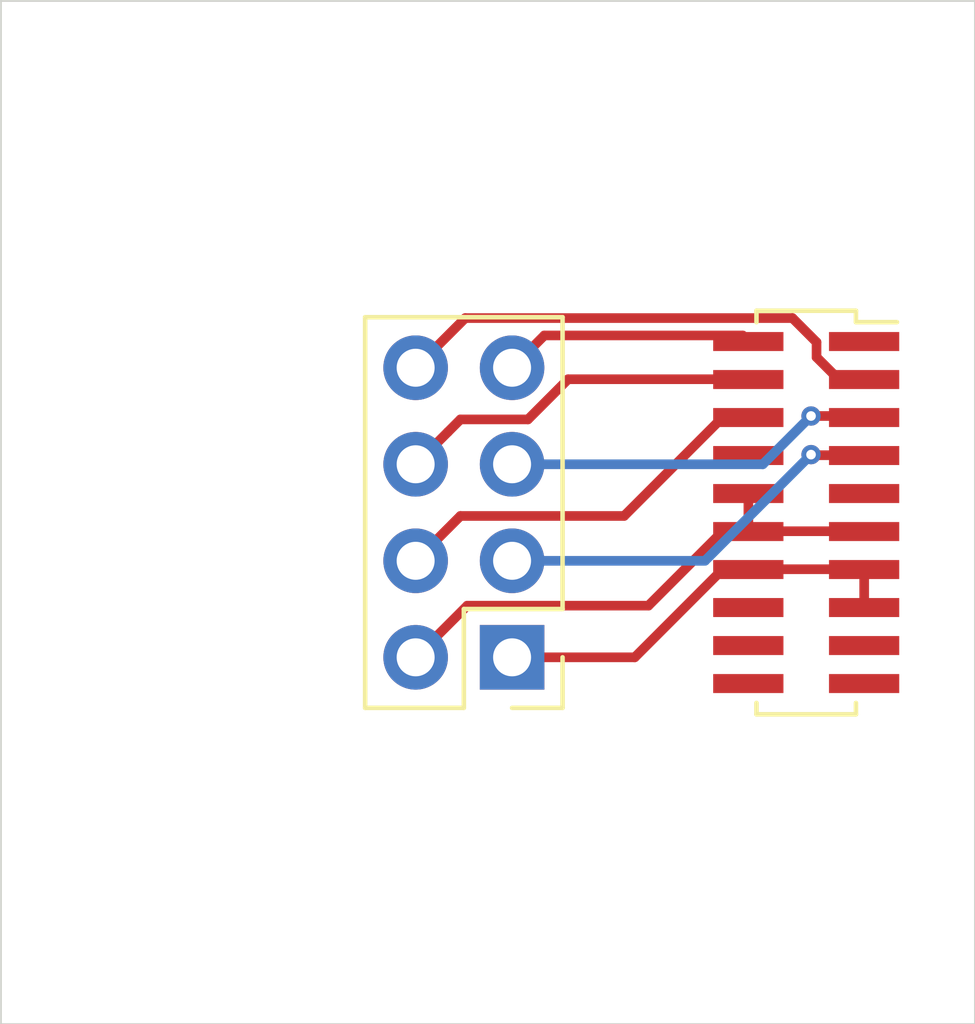
<source format=kicad_pcb>
(kicad_pcb (version 20171130) (host pcbnew "(5.1.2)-1")

  (general
    (thickness 1.6)
    (drawings 11)
    (tracks 39)
    (zones 0)
    (modules 4)
    (nets 9)
  )

  (page A4)
  (layers
    (0 F.Cu signal)
    (31 B.Cu signal)
    (32 B.Adhes user hide)
    (33 F.Adhes user hide)
    (34 B.Paste user hide)
    (35 F.Paste user hide)
    (36 B.SilkS user)
    (37 F.SilkS user)
    (38 B.Mask user)
    (39 F.Mask user)
    (40 Dwgs.User user)
    (41 Cmts.User user)
    (42 Eco1.User user)
    (43 Eco2.User user)
    (44 Edge.Cuts user)
    (45 Margin user)
    (46 B.CrtYd user hide)
    (47 F.CrtYd user hide)
    (48 B.Fab user hide)
    (49 F.Fab user hide)
  )

  (setup
    (last_trace_width 0.254)
    (trace_clearance 0.2032)
    (zone_clearance 0.508)
    (zone_45_only yes)
    (trace_min 0.1524)
    (via_size 0.508)
    (via_drill 0.254)
    (via_min_size 0.508)
    (via_min_drill 0.254)
    (uvia_size 0.508)
    (uvia_drill 0.254)
    (uvias_allowed no)
    (uvia_min_size 0.508)
    (uvia_min_drill 0.254)
    (edge_width 0.05)
    (segment_width 0.2)
    (pcb_text_width 0.3)
    (pcb_text_size 1.5 1.5)
    (mod_edge_width 0.12)
    (mod_text_size 1 1)
    (mod_text_width 0.15)
    (pad_size 1.524 1.524)
    (pad_drill 0.762)
    (pad_to_mask_clearance 0.0508)
    (solder_mask_min_width 0.1016)
    (aux_axis_origin 0 0)
    (visible_elements FFFFFF7F)
    (pcbplotparams
      (layerselection 0x010fc_ffffffff)
      (usegerberextensions false)
      (usegerberattributes false)
      (usegerberadvancedattributes false)
      (creategerberjobfile false)
      (excludeedgelayer true)
      (linewidth 0.100000)
      (plotframeref false)
      (viasonmask false)
      (mode 1)
      (useauxorigin false)
      (hpglpennumber 1)
      (hpglpenspeed 20)
      (hpglpendiameter 15.000000)
      (psnegative false)
      (psa4output false)
      (plotreference true)
      (plotvalue true)
      (plotinvisibletext false)
      (padsonsilk false)
      (subtractmaskfromsilk false)
      (outputformat 1)
      (mirror false)
      (drillshape 1)
      (scaleselection 1)
      (outputdirectory ""))
  )

  (net 0 "")
  (net 1 GND)
  (net 2 VIN)
  (net 3 DR)
  (net 4 SS)
  (net 5 MOSI)
  (net 6 MISO)
  (net 7 SCLK)
  (net 8 SYNC)

  (net_class Default "This is the default net class."
    (clearance 0.2032)
    (trace_width 0.254)
    (via_dia 0.508)
    (via_drill 0.254)
    (uvia_dia 0.508)
    (uvia_drill 0.254)
    (add_net DR)
    (add_net GND)
    (add_net MISO)
    (add_net MOSI)
    (add_net "Net-(J1-Pad1)")
    (add_net "Net-(J1-Pad16)")
    (add_net "Net-(J1-Pad17)")
    (add_net "Net-(J1-Pad18)")
    (add_net "Net-(J1-Pad19)")
    (add_net "Net-(J1-Pad20)")
    (add_net "Net-(J1-Pad8)")
    (add_net "Net-(J1-Pad9)")
    (add_net SCLK)
    (add_net SS)
    (add_net SYNC)
    (add_net VIN)
  )

  (module MountingHole:MountingHole_2.7mm_M2.5 (layer F.Cu) (tedit 56D1B4CB) (tstamp 5DD8C9C3)
    (at 159.512 119.761)
    (descr "Mounting Hole 2.7mm, no annular, M2.5")
    (tags "mounting hole 2.7mm no annular m2.5")
    (path /5DD9599C)
    (attr virtual)
    (fp_text reference H2 (at 0 -3.7) (layer F.SilkS) hide
      (effects (font (size 1 1) (thickness 0.15)))
    )
    (fp_text value MountingHole (at 0 3.7) (layer F.Fab)
      (effects (font (size 1 1) (thickness 0.15)))
    )
    (fp_circle (center 0 0) (end 2.95 0) (layer F.CrtYd) (width 0.05))
    (fp_circle (center 0 0) (end 2.7 0) (layer Cmts.User) (width 0.15))
    (fp_text user %R (at 0.3 0) (layer F.Fab)
      (effects (font (size 1 1) (thickness 0.15)))
    )
    (pad 1 np_thru_hole circle (at 0 0) (size 2.7 2.7) (drill 2.7) (layers *.Cu *.Mask))
  )

  (module MountingHole:MountingHole_2.7mm_M2.5 (layer F.Cu) (tedit 56D1B4CB) (tstamp 5DD8C9BB)
    (at 159.512 100.203)
    (descr "Mounting Hole 2.7mm, no annular, M2.5")
    (tags "mounting hole 2.7mm no annular m2.5")
    (path /5DD94988)
    (attr virtual)
    (fp_text reference H1 (at 7.112 4.572) (layer F.SilkS) hide
      (effects (font (size 1 1) (thickness 0.15)))
    )
    (fp_text value MountingHole (at 0 3.7) (layer F.Fab)
      (effects (font (size 1 1) (thickness 0.15)))
    )
    (fp_circle (center 0 0) (end 2.95 0) (layer F.CrtYd) (width 0.05))
    (fp_circle (center 0 0) (end 2.7 0) (layer Cmts.User) (width 0.15))
    (fp_text user %R (at 0.3 0) (layer F.Fab)
      (effects (font (size 1 1) (thickness 0.15)))
    )
    (pad 1 np_thru_hole circle (at 0 0) (size 2.7 2.7) (drill 2.7) (layers *.Cu *.Mask))
  )

  (module Connector_PinHeader_2.54mm:PinHeader_2x04_P2.54mm_Vertical (layer F.Cu) (tedit 59FED5CC) (tstamp 5DD86175)
    (at 152.908 113.792 180)
    (descr "Through hole straight pin header, 2x04, 2.54mm pitch, double rows")
    (tags "Through hole pin header THT 2x04 2.54mm double row")
    (path /5DD8AF08)
    (fp_text reference J2 (at 1.27 -2.33) (layer F.SilkS) hide
      (effects (font (size 1 1) (thickness 0.15)))
    )
    (fp_text value Conn_02x04_Odd_Even (at 1.27 9.95) (layer F.Fab)
      (effects (font (size 1 1) (thickness 0.15)))
    )
    (fp_text user %R (at 1.27 3.81 90) (layer F.Fab)
      (effects (font (size 1 1) (thickness 0.15)))
    )
    (fp_line (start 4.35 -1.8) (end -1.8 -1.8) (layer F.CrtYd) (width 0.05))
    (fp_line (start 4.35 9.4) (end 4.35 -1.8) (layer F.CrtYd) (width 0.05))
    (fp_line (start -1.8 9.4) (end 4.35 9.4) (layer F.CrtYd) (width 0.05))
    (fp_line (start -1.8 -1.8) (end -1.8 9.4) (layer F.CrtYd) (width 0.05))
    (fp_line (start -1.33 -1.33) (end 0 -1.33) (layer F.SilkS) (width 0.12))
    (fp_line (start -1.33 0) (end -1.33 -1.33) (layer F.SilkS) (width 0.12))
    (fp_line (start 1.27 -1.33) (end 3.87 -1.33) (layer F.SilkS) (width 0.12))
    (fp_line (start 1.27 1.27) (end 1.27 -1.33) (layer F.SilkS) (width 0.12))
    (fp_line (start -1.33 1.27) (end 1.27 1.27) (layer F.SilkS) (width 0.12))
    (fp_line (start 3.87 -1.33) (end 3.87 8.95) (layer F.SilkS) (width 0.12))
    (fp_line (start -1.33 1.27) (end -1.33 8.95) (layer F.SilkS) (width 0.12))
    (fp_line (start -1.33 8.95) (end 3.87 8.95) (layer F.SilkS) (width 0.12))
    (fp_line (start -1.27 0) (end 0 -1.27) (layer F.Fab) (width 0.1))
    (fp_line (start -1.27 8.89) (end -1.27 0) (layer F.Fab) (width 0.1))
    (fp_line (start 3.81 8.89) (end -1.27 8.89) (layer F.Fab) (width 0.1))
    (fp_line (start 3.81 -1.27) (end 3.81 8.89) (layer F.Fab) (width 0.1))
    (fp_line (start 0 -1.27) (end 3.81 -1.27) (layer F.Fab) (width 0.1))
    (pad 8 thru_hole oval (at 2.54 7.62 180) (size 1.7 1.7) (drill 1) (layers *.Cu *.Mask)
      (net 7 SCLK))
    (pad 7 thru_hole oval (at 0 7.62 180) (size 1.7 1.7) (drill 1) (layers *.Cu *.Mask)
      (net 8 SYNC))
    (pad 6 thru_hole oval (at 2.54 5.08 180) (size 1.7 1.7) (drill 1) (layers *.Cu *.Mask)
      (net 6 MISO))
    (pad 5 thru_hole oval (at 0 5.08 180) (size 1.7 1.7) (drill 1) (layers *.Cu *.Mask)
      (net 5 MOSI))
    (pad 4 thru_hole oval (at 2.54 2.54 180) (size 1.7 1.7) (drill 1) (layers *.Cu *.Mask)
      (net 4 SS))
    (pad 3 thru_hole oval (at 0 2.54 180) (size 1.7 1.7) (drill 1) (layers *.Cu *.Mask)
      (net 3 DR))
    (pad 2 thru_hole oval (at 2.54 0 180) (size 1.7 1.7) (drill 1) (layers *.Cu *.Mask)
      (net 2 VIN))
    (pad 1 thru_hole rect (at 0 0 180) (size 1.7 1.7) (drill 1) (layers *.Cu *.Mask)
      (net 1 GND))
    (model ${KICAD_USER_3D}/901303108.stp
      (offset (xyz 7.62 -3.81 4.826))
      (scale (xyz 1 1 1))
      (rotate (xyz -180 0 -90))
    )
  )

  (module Connector_PinSocket_1.00mm:PinSocket_2x10_P1.00mm_Vertical_SMD (layer F.Cu) (tedit 5A19A41D) (tstamp 5DD8611C)
    (at 160.655 109.982)
    (descr "surface-mounted straight socket strip, 2x10, 1.00mm pitch, double cols (https://gct.co/files/drawings/bc085.pdf), script generated")
    (tags "Surface mounted socket strip SMD 2x10 1.00mm double row")
    (path /5DD85011)
    (attr smd)
    (fp_text reference J1 (at 0 -6.75) (layer F.SilkS) hide
      (effects (font (size 1 1) (thickness 0.15)))
    )
    (fp_text value Conn_02x10_Odd_Even (at 0 6.75) (layer F.Fab)
      (effects (font (size 1 1) (thickness 0.15)))
    )
    (fp_text user %R (at 0 0 90) (layer F.Fab)
      (effects (font (size 1 1) (thickness 0.15)))
    )
    (fp_line (start -2.95 5.75) (end -2.95 -5.75) (layer F.CrtYd) (width 0.05))
    (fp_line (start 2.95 5.75) (end -2.95 5.75) (layer F.CrtYd) (width 0.05))
    (fp_line (start 2.95 -5.75) (end 2.95 5.75) (layer F.CrtYd) (width 0.05))
    (fp_line (start -2.95 -5.75) (end 2.95 -5.75) (layer F.CrtYd) (width 0.05))
    (fp_line (start 1.95 4.65) (end 1.25 4.65) (layer F.Fab) (width 0.1))
    (fp_line (start 1.95 4.35) (end 1.95 4.65) (layer F.Fab) (width 0.1))
    (fp_line (start 1.25 4.35) (end 1.95 4.35) (layer F.Fab) (width 0.1))
    (fp_line (start -1.95 4.65) (end -1.95 4.35) (layer F.Fab) (width 0.1))
    (fp_line (start -1.25 4.65) (end -1.95 4.65) (layer F.Fab) (width 0.1))
    (fp_line (start -1.95 4.35) (end -1.25 4.35) (layer F.Fab) (width 0.1))
    (fp_line (start 1.95 3.65) (end 1.25 3.65) (layer F.Fab) (width 0.1))
    (fp_line (start 1.95 3.35) (end 1.95 3.65) (layer F.Fab) (width 0.1))
    (fp_line (start 1.25 3.35) (end 1.95 3.35) (layer F.Fab) (width 0.1))
    (fp_line (start -1.95 3.65) (end -1.95 3.35) (layer F.Fab) (width 0.1))
    (fp_line (start -1.25 3.65) (end -1.95 3.65) (layer F.Fab) (width 0.1))
    (fp_line (start -1.95 3.35) (end -1.25 3.35) (layer F.Fab) (width 0.1))
    (fp_line (start 1.95 2.65) (end 1.25 2.65) (layer F.Fab) (width 0.1))
    (fp_line (start 1.95 2.35) (end 1.95 2.65) (layer F.Fab) (width 0.1))
    (fp_line (start 1.25 2.35) (end 1.95 2.35) (layer F.Fab) (width 0.1))
    (fp_line (start -1.95 2.65) (end -1.95 2.35) (layer F.Fab) (width 0.1))
    (fp_line (start -1.25 2.65) (end -1.95 2.65) (layer F.Fab) (width 0.1))
    (fp_line (start -1.95 2.35) (end -1.25 2.35) (layer F.Fab) (width 0.1))
    (fp_line (start 1.95 1.65) (end 1.25 1.65) (layer F.Fab) (width 0.1))
    (fp_line (start 1.95 1.35) (end 1.95 1.65) (layer F.Fab) (width 0.1))
    (fp_line (start 1.25 1.35) (end 1.95 1.35) (layer F.Fab) (width 0.1))
    (fp_line (start -1.95 1.65) (end -1.95 1.35) (layer F.Fab) (width 0.1))
    (fp_line (start -1.25 1.65) (end -1.95 1.65) (layer F.Fab) (width 0.1))
    (fp_line (start -1.95 1.35) (end -1.25 1.35) (layer F.Fab) (width 0.1))
    (fp_line (start 1.95 0.65) (end 1.25 0.65) (layer F.Fab) (width 0.1))
    (fp_line (start 1.95 0.35) (end 1.95 0.65) (layer F.Fab) (width 0.1))
    (fp_line (start 1.25 0.35) (end 1.95 0.35) (layer F.Fab) (width 0.1))
    (fp_line (start -1.95 0.65) (end -1.95 0.35) (layer F.Fab) (width 0.1))
    (fp_line (start -1.25 0.65) (end -1.95 0.65) (layer F.Fab) (width 0.1))
    (fp_line (start -1.95 0.35) (end -1.25 0.35) (layer F.Fab) (width 0.1))
    (fp_line (start 1.95 -0.35) (end 1.25 -0.35) (layer F.Fab) (width 0.1))
    (fp_line (start 1.95 -0.65) (end 1.95 -0.35) (layer F.Fab) (width 0.1))
    (fp_line (start 1.25 -0.65) (end 1.95 -0.65) (layer F.Fab) (width 0.1))
    (fp_line (start -1.95 -0.35) (end -1.95 -0.65) (layer F.Fab) (width 0.1))
    (fp_line (start -1.25 -0.35) (end -1.95 -0.35) (layer F.Fab) (width 0.1))
    (fp_line (start -1.95 -0.65) (end -1.25 -0.65) (layer F.Fab) (width 0.1))
    (fp_line (start 1.95 -1.35) (end 1.25 -1.35) (layer F.Fab) (width 0.1))
    (fp_line (start 1.95 -1.65) (end 1.95 -1.35) (layer F.Fab) (width 0.1))
    (fp_line (start 1.25 -1.65) (end 1.95 -1.65) (layer F.Fab) (width 0.1))
    (fp_line (start -1.95 -1.35) (end -1.95 -1.65) (layer F.Fab) (width 0.1))
    (fp_line (start -1.25 -1.35) (end -1.95 -1.35) (layer F.Fab) (width 0.1))
    (fp_line (start -1.95 -1.65) (end -1.25 -1.65) (layer F.Fab) (width 0.1))
    (fp_line (start 1.95 -2.35) (end 1.25 -2.35) (layer F.Fab) (width 0.1))
    (fp_line (start 1.95 -2.65) (end 1.95 -2.35) (layer F.Fab) (width 0.1))
    (fp_line (start 1.25 -2.65) (end 1.95 -2.65) (layer F.Fab) (width 0.1))
    (fp_line (start -1.95 -2.35) (end -1.95 -2.65) (layer F.Fab) (width 0.1))
    (fp_line (start -1.25 -2.35) (end -1.95 -2.35) (layer F.Fab) (width 0.1))
    (fp_line (start -1.95 -2.65) (end -1.25 -2.65) (layer F.Fab) (width 0.1))
    (fp_line (start 1.95 -3.35) (end 1.25 -3.35) (layer F.Fab) (width 0.1))
    (fp_line (start 1.95 -3.65) (end 1.95 -3.35) (layer F.Fab) (width 0.1))
    (fp_line (start 1.25 -3.65) (end 1.95 -3.65) (layer F.Fab) (width 0.1))
    (fp_line (start -1.95 -3.35) (end -1.95 -3.65) (layer F.Fab) (width 0.1))
    (fp_line (start -1.25 -3.35) (end -1.95 -3.35) (layer F.Fab) (width 0.1))
    (fp_line (start -1.95 -3.65) (end -1.25 -3.65) (layer F.Fab) (width 0.1))
    (fp_line (start 1.95 -4.35) (end 1.25 -4.35) (layer F.Fab) (width 0.1))
    (fp_line (start 1.95 -4.65) (end 1.95 -4.35) (layer F.Fab) (width 0.1))
    (fp_line (start 1.25 -4.65) (end 1.95 -4.65) (layer F.Fab) (width 0.1))
    (fp_line (start -1.95 -4.35) (end -1.95 -4.65) (layer F.Fab) (width 0.1))
    (fp_line (start -1.25 -4.35) (end -1.95 -4.35) (layer F.Fab) (width 0.1))
    (fp_line (start -1.95 -4.65) (end -1.25 -4.65) (layer F.Fab) (width 0.1))
    (fp_line (start -1.25 5.25) (end -1.25 -5.25) (layer F.Fab) (width 0.1))
    (fp_line (start 1.25 5.25) (end -1.25 5.25) (layer F.Fab) (width 0.1))
    (fp_line (start 1.25 -4.625) (end 1.25 5.25) (layer F.Fab) (width 0.1))
    (fp_line (start 0.625 -5.25) (end 1.25 -4.625) (layer F.Fab) (width 0.1))
    (fp_line (start -1.25 -5.25) (end 0.625 -5.25) (layer F.Fab) (width 0.1))
    (fp_line (start 1.31 -5.01) (end 2.39 -5.01) (layer F.SilkS) (width 0.12))
    (fp_line (start -1.31 5.01) (end -1.31 5.31) (layer F.SilkS) (width 0.12))
    (fp_line (start -1.31 -5.31) (end -1.31 -5.01) (layer F.SilkS) (width 0.12))
    (fp_line (start -1.31 5.31) (end 1.31 5.31) (layer F.SilkS) (width 0.12))
    (fp_line (start 1.31 5.01) (end 1.31 5.31) (layer F.SilkS) (width 0.12))
    (fp_line (start 1.31 -5.31) (end 1.31 -5.01) (layer F.SilkS) (width 0.12))
    (fp_line (start -1.31 -5.31) (end 1.31 -5.31) (layer F.SilkS) (width 0.12))
    (pad 20 smd rect (at -1.525 4.5) (size 1.85 0.5) (layers F.Cu F.Paste F.Mask))
    (pad 19 smd rect (at 1.525 4.5) (size 1.85 0.5) (layers F.Cu F.Paste F.Mask))
    (pad 18 smd rect (at -1.525 3.5) (size 1.85 0.5) (layers F.Cu F.Paste F.Mask))
    (pad 17 smd rect (at 1.525 3.5) (size 1.85 0.5) (layers F.Cu F.Paste F.Mask))
    (pad 16 smd rect (at -1.525 2.5) (size 1.85 0.5) (layers F.Cu F.Paste F.Mask))
    (pad 15 smd rect (at 1.525 2.5) (size 1.85 0.5) (layers F.Cu F.Paste F.Mask)
      (net 1 GND))
    (pad 14 smd rect (at -1.525 1.5) (size 1.85 0.5) (layers F.Cu F.Paste F.Mask)
      (net 1 GND))
    (pad 13 smd rect (at 1.525 1.5) (size 1.85 0.5) (layers F.Cu F.Paste F.Mask)
      (net 1 GND))
    (pad 12 smd rect (at -1.525 0.5) (size 1.85 0.5) (layers F.Cu F.Paste F.Mask)
      (net 2 VIN))
    (pad 11 smd rect (at 1.525 0.5) (size 1.85 0.5) (layers F.Cu F.Paste F.Mask)
      (net 2 VIN))
    (pad 10 smd rect (at -1.525 -0.5) (size 1.85 0.5) (layers F.Cu F.Paste F.Mask)
      (net 2 VIN))
    (pad 9 smd rect (at 1.525 -0.5) (size 1.85 0.5) (layers F.Cu F.Paste F.Mask))
    (pad 8 smd rect (at -1.525 -1.5) (size 1.85 0.5) (layers F.Cu F.Paste F.Mask))
    (pad 7 smd rect (at 1.525 -1.5) (size 1.85 0.5) (layers F.Cu F.Paste F.Mask)
      (net 3 DR))
    (pad 6 smd rect (at -1.525 -2.5) (size 1.85 0.5) (layers F.Cu F.Paste F.Mask)
      (net 4 SS))
    (pad 5 smd rect (at 1.525 -2.5) (size 1.85 0.5) (layers F.Cu F.Paste F.Mask)
      (net 5 MOSI))
    (pad 4 smd rect (at -1.525 -3.5) (size 1.85 0.5) (layers F.Cu F.Paste F.Mask)
      (net 6 MISO))
    (pad 3 smd rect (at 1.525 -3.5) (size 1.85 0.5) (layers F.Cu F.Paste F.Mask)
      (net 7 SCLK))
    (pad 2 smd rect (at -1.525 -4.5) (size 1.85 0.5) (layers F.Cu F.Paste F.Mask)
      (net 8 SYNC))
    (pad 1 smd rect (at 1.525 -4.5) (size 1.85 0.5) (layers F.Cu F.Paste F.Mask))
    (model ${KISYS3DMOD}/Connector_PinSocket_1.00mm.3dshapes/PinSocket_2x10_P1.00mm_Vertical_SMD.wrl
      (at (xyz 0 0 0))
      (scale (xyz 1 1 1))
      (rotate (xyz 0 0 0))
    )
  )

  (gr_line (start 161.163 119.761) (end 159.512 119.761) (layer Dwgs.User) (width 0.15))
  (gr_line (start 161.163 100.203) (end 159.512 100.203) (layer Dwgs.User) (width 0.15))
  (gr_line (start 161.163 119.761) (end 161.163 100.203) (layer Dwgs.User) (width 0.15))
  (gr_line (start 139.954 116.332) (end 147.574 116.332) (layer Dwgs.User) (width 0.15) (tstamp 5DD8C4E5))
  (gr_line (start 147.574 103.632) (end 139.954 103.632) (layer Dwgs.User) (width 0.15) (tstamp 5DD8C4E4))
  (gr_line (start 139.446 123.444) (end 165.1 123.444) (layer Edge.Cuts) (width 0.05) (tstamp 5DD874AA))
  (gr_line (start 139.446 96.52) (end 139.446 123.444) (layer Edge.Cuts) (width 0.05))
  (gr_line (start 165.1 96.52) (end 139.446 96.52) (layer Edge.Cuts) (width 0.05))
  (gr_line (start 165.1 123.444) (end 165.1 96.52) (layer Edge.Cuts) (width 0.05))
  (gr_line (start 139.954 116.332) (end 139.954 103.632) (layer Dwgs.User) (width 0.15) (tstamp 5DD87442))
  (gr_line (start 147.574 116.332) (end 147.574 103.632) (layer Dwgs.User) (width 0.15))

  (segment (start 162.182001 112.474) (end 162.182001 111.474) (width 0.254) (layer F.Cu) (net 1))
  (segment (start 159.132001 111.474) (end 162.182001 111.474) (width 0.254) (layer F.Cu) (net 1))
  (segment (start 158.457001 111.474) (end 156.139001 113.792) (width 0.254) (layer F.Cu) (net 1))
  (segment (start 159.132001 111.474) (end 158.457001 111.474) (width 0.254) (layer F.Cu) (net 1))
  (segment (start 156.139001 113.792) (end 152.908 113.792) (width 0.254) (layer F.Cu) (net 1))
  (segment (start 158.457001 110.474) (end 159.132001 110.474) (width 0.254) (layer F.Cu) (net 2))
  (segment (start 156.4988 112.432201) (end 158.457001 110.474) (width 0.254) (layer F.Cu) (net 2))
  (segment (start 150.368 113.792) (end 151.727799 112.432201) (width 0.254) (layer F.Cu) (net 2))
  (segment (start 151.727799 112.432201) (end 156.4988 112.432201) (width 0.254) (layer F.Cu) (net 2))
  (segment (start 159.132001 109.474) (end 159.132001 110.474) (width 0.254) (layer F.Cu) (net 2))
  (segment (start 162.182001 110.474) (end 159.132001 110.474) (width 0.254) (layer F.Cu) (net 2))
  (via (at 160.782 108.458) (size 0.508) (drill 0.254) (layers F.Cu B.Cu) (net 3))
  (segment (start 162.182001 108.474) (end 160.798 108.474) (width 0.254) (layer F.Cu) (net 3))
  (segment (start 160.798 108.474) (end 160.782 108.458) (width 0.254) (layer F.Cu) (net 3))
  (segment (start 157.988 111.252) (end 152.908 111.252) (width 0.254) (layer B.Cu) (net 3))
  (segment (start 160.782 108.458) (end 157.988 111.252) (width 0.254) (layer B.Cu) (net 3))
  (segment (start 158.457001 107.474) (end 159.132001 107.474) (width 0.254) (layer F.Cu) (net 4))
  (segment (start 155.859202 110.071799) (end 158.457001 107.474) (width 0.254) (layer F.Cu) (net 4))
  (segment (start 150.368 111.252) (end 151.548201 110.071799) (width 0.254) (layer F.Cu) (net 4))
  (segment (start 151.548201 110.071799) (end 155.859202 110.071799) (width 0.254) (layer F.Cu) (net 4))
  (via (at 160.782 107.442) (size 0.508) (drill 0.254) (layers F.Cu B.Cu) (net 5))
  (segment (start 152.908 108.712) (end 159.512 108.712) (width 0.254) (layer B.Cu) (net 5))
  (segment (start 159.512 108.712) (end 160.782 107.442) (width 0.254) (layer B.Cu) (net 5))
  (segment (start 162.150001 107.442) (end 162.182001 107.474) (width 0.254) (layer F.Cu) (net 5))
  (segment (start 160.782 107.442) (end 162.150001 107.442) (width 0.254) (layer F.Cu) (net 5))
  (segment (start 151.217999 107.862001) (end 150.368 108.712) (width 0.254) (layer F.Cu) (net 6))
  (segment (start 151.548201 107.531799) (end 151.217999 107.862001) (width 0.254) (layer F.Cu) (net 6))
  (segment (start 153.326201 107.531799) (end 151.548201 107.531799) (width 0.254) (layer F.Cu) (net 6))
  (segment (start 154.384 106.474) (end 153.326201 107.531799) (width 0.254) (layer F.Cu) (net 6))
  (segment (start 159.132001 106.474) (end 154.384 106.474) (width 0.254) (layer F.Cu) (net 6))
  (segment (start 161.507001 106.474) (end 162.182001 106.474) (width 0.254) (layer F.Cu) (net 7))
  (segment (start 160.9268 105.893799) (end 161.507001 106.474) (width 0.254) (layer F.Cu) (net 7))
  (segment (start 160.9268 105.499437) (end 160.9268 105.893799) (width 0.254) (layer F.Cu) (net 7))
  (segment (start 160.292154 104.864791) (end 160.9268 105.499437) (width 0.254) (layer F.Cu) (net 7))
  (segment (start 151.675209 104.864791) (end 160.292154 104.864791) (width 0.254) (layer F.Cu) (net 7))
  (segment (start 150.368 106.172) (end 151.675209 104.864791) (width 0.254) (layer F.Cu) (net 7))
  (segment (start 158.980002 105.322001) (end 159.132001 105.474) (width 0.254) (layer F.Cu) (net 8))
  (segment (start 153.757999 105.322001) (end 158.980002 105.322001) (width 0.254) (layer F.Cu) (net 8))
  (segment (start 152.908 106.172) (end 153.757999 105.322001) (width 0.254) (layer F.Cu) (net 8))

)

</source>
